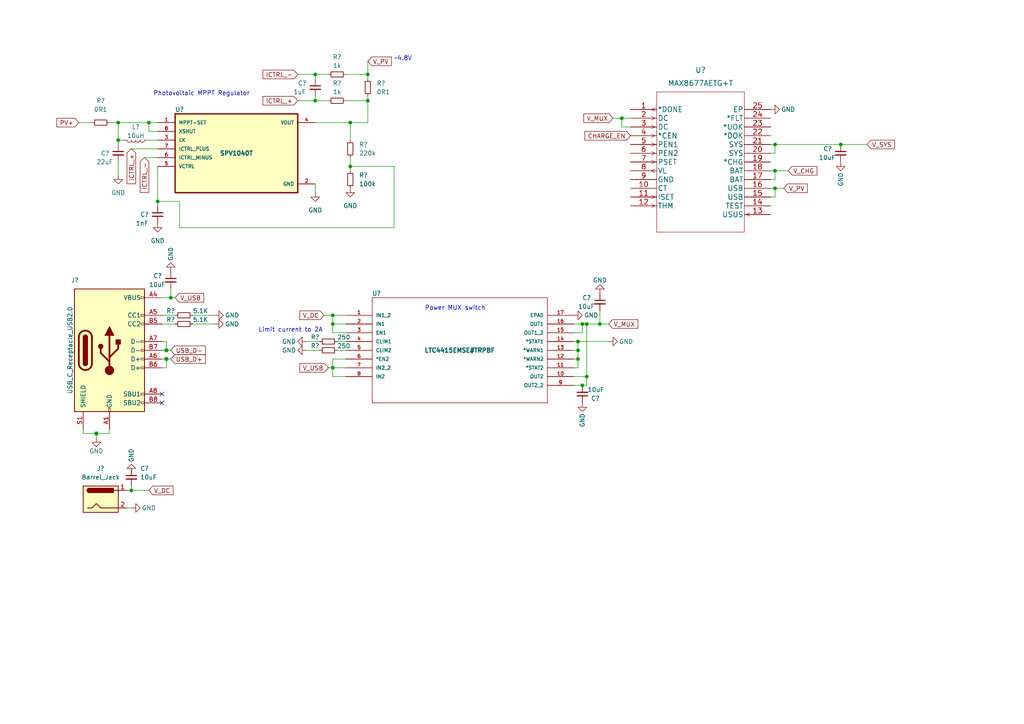
<source format=kicad_sch>
(kicad_sch (version 20211123) (generator eeschema)
  (paper "A4")
  (lib_symbols
    (symbol "Connector:Barrel_Jack" (pin_names (offset 1.016))
      (property "Reference" "J" (at 0 5.334 0))
      (property "Value" "Barrel_Jack" (at 0 -5.08 0))
      (symbol "Barrel_Jack_0_1"
        (rectangle (start -5.08 3.81) (end 5.08 -3.81) (stroke (width 0.254)) (fill (type background)))
        (arc (start -3.302 3.175) (mid -3.937 2.54) (end -3.302 1.905) (stroke (width 0.254)))
        (arc (start -3.302 3.175) (mid -3.937 2.54) (end -3.302 1.905) (stroke (width 0.254)) (fill (type outline)))
        (polyline (pts (xy 5.08 2.54) (xy 3.81 2.54)) (stroke (width 0.254)))
        (polyline (pts (xy -3.81 -2.54) (xy -2.54 -2.54) (xy -1.27 -1.27) (xy 0 -2.54) (xy 2.54 -2.54) (xy 5.08 -2.54)) (stroke (width 0.254)))
        (rectangle (start 3.683 3.175) (end -3.302 1.905) (stroke (width 0.254)) (fill (type outline)))
      )
      (symbol "Barrel_Jack_1_1"
        (pin passive line (at 7.62 2.54 180) (length 2.54) (name "~") (number "1"))
        (pin passive line (at 7.62 -2.54 180) (length 2.54) (name "~") (number "2"))
      )
    )
    (symbol "Connector:USB_C_Receptacle_USB2.0" (pin_names (offset 1.016))
      (property "Reference" "J" (at -10.16 19.05 0))
      (property "Value" "USB_C_Receptacle_USB2.0" (at 19.05 19.05 0))
      (symbol "USB_C_Receptacle_USB2.0_0_0"
        (rectangle (start -0.254 -17.78) (end 0.254 -16.764))
        (rectangle (start 10.16 -14.986) (end 9.144 -15.494))
        (rectangle (start 10.16 -12.446) (end 9.144 -12.954))
        (rectangle (start 10.16 -4.826) (end 9.144 -5.334))
        (rectangle (start 10.16 -2.286) (end 9.144 -2.794))
        (rectangle (start 10.16 0.254) (end 9.144 -0.254))
        (rectangle (start 10.16 2.794) (end 9.144 2.286))
        (rectangle (start 10.16 7.874) (end 9.144 7.366))
        (rectangle (start 10.16 10.414) (end 9.144 9.906))
        (rectangle (start 10.16 15.494) (end 9.144 14.986))
      )
      (symbol "USB_C_Receptacle_USB2.0_0_1"
        (rectangle (start -10.16 17.78) (end 10.16 -17.78) (stroke (width 0.254)) (fill (type background)))
        (arc (start -8.89 -3.81) (mid -6.985 -5.715) (end -5.08 -3.81) (stroke (width 0.508)))
        (arc (start -7.62 -3.81) (mid -6.985 -4.445) (end -6.35 -3.81) (stroke (width 0.254)))
        (arc (start -7.62 -3.81) (mid -6.985 -4.445) (end -6.35 -3.81) (stroke (width 0.254)) (fill (type outline)))
        (rectangle (start -7.62 -3.81) (end -6.35 3.81) (stroke (width 0.254)) (fill (type outline)))
        (arc (start -6.35 3.81) (mid -6.985 4.445) (end -7.62 3.81) (stroke (width 0.254)))
        (arc (start -6.35 3.81) (mid -6.985 4.445) (end -7.62 3.81) (stroke (width 0.254)) (fill (type outline)))
        (arc (start -5.08 3.81) (mid -6.985 5.715) (end -8.89 3.81) (stroke (width 0.508)))
        (circle (center -2.54 1.143) (radius 0.635) (stroke (width 0.254)) (fill (type outline)))
        (circle (center 0 -5.842) (radius 1.27) (fill (type outline)))
        (polyline (pts (xy -8.89 -3.81) (xy -8.89 3.81)) (stroke (width 0.508)))
        (polyline (pts (xy -5.08 3.81) (xy -5.08 -3.81)) (stroke (width 0.508)))
        (polyline (pts (xy 0 -5.842) (xy 0 4.318)) (stroke (width 0.508)))
        (polyline (pts (xy 0 -3.302) (xy -2.54 -0.762) (xy -2.54 0.508)) (stroke (width 0.508)))
        (polyline (pts (xy 0 -2.032) (xy 2.54 0.508) (xy 2.54 1.778)) (stroke (width 0.508)))
        (polyline (pts (xy -1.27 4.318) (xy 0 6.858) (xy 1.27 4.318) (xy -1.27 4.318)) (stroke (width 0.254)) (fill (type outline)))
        (rectangle (start 1.905 1.778) (end 3.175 3.048) (stroke (width 0.254)) (fill (type outline)))
      )
      (symbol "USB_C_Receptacle_USB2.0_1_1"
        (pin passive line (at 0 -22.86 90) (length 5.08) (name "GND") (number "A1"))
        (pin passive line (at 0 -22.86 90) (length 5.08) hide (name "GND") (number "A12"))
        (pin passive line (at 15.24 15.24 180) (length 5.08) (name "VBUS") (number "A4"))
        (pin bidirectional line (at 15.24 10.16 180) (length 5.08) (name "CC1") (number "A5"))
        (pin bidirectional line (at 15.24 -2.54 180) (length 5.08) (name "D+") (number "A6"))
        (pin bidirectional line (at 15.24 2.54 180) (length 5.08) (name "D-") (number "A7"))
        (pin bidirectional line (at 15.24 -12.7 180) (length 5.08) (name "SBU1") (number "A8"))
        (pin passive line (at 15.24 15.24 180) (length 5.08) hide (name "VBUS") (number "A9"))
        (pin passive line (at 0 -22.86 90) (length 5.08) hide (name "GND") (number "B1"))
        (pin passive line (at 0 -22.86 90) (length 5.08) hide (name "GND") (number "B12"))
        (pin passive line (at 15.24 15.24 180) (length 5.08) hide (name "VBUS") (number "B4"))
        (pin bidirectional line (at 15.24 7.62 180) (length 5.08) (name "CC2") (number "B5"))
        (pin bidirectional line (at 15.24 -5.08 180) (length 5.08) (name "D+") (number "B6"))
        (pin bidirectional line (at 15.24 0 180) (length 5.08) (name "D-") (number "B7"))
        (pin bidirectional line (at 15.24 -15.24 180) (length 5.08) (name "SBU2") (number "B8"))
        (pin passive line (at 15.24 15.24 180) (length 5.08) hide (name "VBUS") (number "B9"))
        (pin passive line (at -7.62 -22.86 90) (length 5.08) (name "SHIELD") (number "S1"))
      )
    )
    (symbol "Device:C_Small" (pin_numbers hide) (pin_names (offset 0.254) hide)
      (property "Reference" "C" (at 0.254 1.778 0))
      (property "Value" "C_Small" (at 0.254 -2.032 0))
      (symbol "C_Small_0_1"
        (polyline (pts (xy -1.524 -0.508) (xy 1.524 -0.508)) (stroke (width 0.3302)))
        (polyline (pts (xy -1.524 0.508) (xy 1.524 0.508)) (stroke (width 0.3048)))
      )
      (symbol "C_Small_1_1"
        (pin passive line (at 0 2.54 270) (length 2.032) (name "~") (number "1"))
        (pin passive line (at 0 -2.54 90) (length 2.032) (name "~") (number "2"))
      )
    )
    (symbol "Device:L" (pin_numbers hide) (pin_names (offset 1.016) hide)
      (property "Reference" "L" (at -1.27 0 90))
      (property "Value" "L" (at 1.905 0 90))
      (symbol "L_0_1"
        (arc (start 0 -2.54) (mid 0.635 -1.905) (end 0 -1.27))
        (arc (start 0 -1.27) (mid 0.635 -0.635) (end 0 0))
        (arc (start 0 0) (mid 0.635 0.635) (end 0 1.27))
        (arc (start 0 1.27) (mid 0.635 1.905) (end 0 2.54))
      )
      (symbol "L_1_1"
        (pin passive line (at 0 3.81 270) (length 1.27) (name "1") (number "1"))
        (pin passive line (at 0 -3.81 90) (length 1.27) (name "2") (number "2"))
      )
    )
    (symbol "Device:R_Small" (pin_numbers hide) (pin_names (offset 0.254) hide)
      (property "Reference" "R" (at 0.762 0.508 0))
      (property "Value" "R_Small" (at 0.762 -1.016 0))
      (symbol "R_Small_0_1"
        (rectangle (start -0.762 1.778) (end 0.762 -1.778) (stroke (width 0.2032)))
      )
      (symbol "R_Small_1_1"
        (pin passive line (at 0 2.54 270) (length 0.762) (name "~") (number "1"))
        (pin passive line (at 0 -2.54 90) (length 0.762) (name "~") (number "2"))
      )
    )
    (symbol "LTC4415EMSE_TRPBF:LTC4415EMSE#TRPBF" (pin_names (offset 1.016))
      (property "Reference" "U" (at 28.2956 9.1186 0))
      (property "Value" "LTC4415EMSE#TRPBF" (at 27.6606 6.5786 0))
      (symbol "LTC4415EMSE#TRPBF_0_0"
        (polyline (pts (xy 7.62 -25.4) (xy 58.42 -25.4)) (stroke (width 0.1524)))
        (polyline (pts (xy 7.62 5.08) (xy 7.62 -25.4)) (stroke (width 0.1524)))
        (polyline (pts (xy 58.42 -25.4) (xy 58.42 5.08)) (stroke (width 0.1524)))
        (polyline (pts (xy 58.42 5.08) (xy 7.62 5.08)) (stroke (width 0.1524)))
        (pin input line (at 0 0 0) (length 7.62) (name "IN1_2") (number "1"))
        (pin output line (at 66.04 -17.78 180) (length 7.62) (name "OUT2") (number "10"))
        (pin output line (at 66.04 -15.24 180) (length 7.62) (name "*STAT2") (number "11"))
        (pin output line (at 66.04 -12.7 180) (length 7.62) (name "*WARN2") (number "12"))
        (pin output line (at 66.04 -10.16 180) (length 7.62) (name "*WARN1") (number "13"))
        (pin output line (at 66.04 -7.62 180) (length 7.62) (name "*STAT1") (number "14"))
        (pin output line (at 66.04 -5.08 180) (length 7.62) (name "OUT1_2") (number "15"))
        (pin output line (at 66.04 -2.54 180) (length 7.62) (name "OUT1") (number "16"))
        (pin passive line (at 66.04 0 180) (length 7.62) (name "EPAD") (number "17"))
        (pin input line (at 0 -2.54 0) (length 7.62) (name "IN1") (number "2"))
        (pin input line (at 0 -5.08 0) (length 7.62) (name "EN1") (number "3"))
        (pin passive line (at 0 -7.62 0) (length 7.62) (name "CLIM1") (number "4"))
        (pin passive line (at 0 -10.16 0) (length 7.62) (name "CLIM2") (number "5"))
        (pin input line (at 0 -12.7 0) (length 7.62) (name "*EN2") (number "6"))
        (pin input line (at 0 -15.24 0) (length 7.62) (name "IN2_2") (number "7"))
        (pin input line (at 0 -17.78 0) (length 7.62) (name "IN2") (number "8"))
        (pin output line (at 66.04 -20.32 180) (length 7.62) (name "OUT2_2") (number "9"))
      )
    )
    (symbol "MAX8677AETG-T:MAX8677AETG+T" (pin_names (offset 0.254))
      (property "Reference" "U" (at 20.32 10.16 0))
      (property "Value" "MAX8677AETG+T" (at 20.32 7.62 0))
      (symbol "MAX8677AETG+T_1_1"
        (polyline (pts (xy 7.112 -27.94) (xy 6.0452 -28.448)) (stroke (width 0.127)))
        (polyline (pts (xy 7.112 -27.94) (xy 6.0452 -27.432)) (stroke (width 0.127)))
        (polyline (pts (xy 7.112 -25.4) (xy 6.0452 -25.908)) (stroke (width 0.127)))
        (polyline (pts (xy 7.112 -25.4) (xy 6.0452 -24.892)) (stroke (width 0.127)))
        (polyline (pts (xy 7.112 -18.288) (xy 6.0452 -17.78)) (stroke (width 0.127)))
        (polyline (pts (xy 7.112 -17.272) (xy 6.0452 -17.78)) (stroke (width 0.127)))
        (polyline (pts (xy 7.112 -15.24) (xy 6.0452 -15.748)) (stroke (width 0.127)))
        (polyline (pts (xy 7.112 -15.24) (xy 6.0452 -14.732)) (stroke (width 0.127)))
        (polyline (pts (xy 7.112 -12.7) (xy 6.0452 -13.208)) (stroke (width 0.127)))
        (polyline (pts (xy 7.112 -12.7) (xy 6.0452 -12.192)) (stroke (width 0.127)))
        (polyline (pts (xy 7.112 -10.16) (xy 6.0452 -10.668)) (stroke (width 0.127)))
        (polyline (pts (xy 7.112 -10.16) (xy 6.0452 -9.652)) (stroke (width 0.127)))
        (polyline (pts (xy 7.112 -7.62) (xy 6.0452 -8.128)) (stroke (width 0.127)))
        (polyline (pts (xy 7.112 -7.62) (xy 6.0452 -7.112)) (stroke (width 0.127)))
        (polyline (pts (xy 7.112 -5.08) (xy 6.0452 -5.588)) (stroke (width 0.127)))
        (polyline (pts (xy 7.112 -5.08) (xy 6.0452 -4.572)) (stroke (width 0.127)))
        (polyline (pts (xy 7.112 -2.54) (xy 6.0452 -3.048)) (stroke (width 0.127)))
        (polyline (pts (xy 7.112 -2.54) (xy 6.0452 -2.032)) (stroke (width 0.127)))
        (polyline (pts (xy 7.112 -0.508) (xy 6.0452 0)) (stroke (width 0.127)))
        (polyline (pts (xy 7.112 0.508) (xy 6.0452 0)) (stroke (width 0.127)))
        (polyline (pts (xy 7.62 -35.56) (xy 33.02 -35.56)) (stroke (width 0.127)))
        (polyline (pts (xy 7.62 5.08) (xy 7.62 -35.56)) (stroke (width 0.127)))
        (polyline (pts (xy 33.02 -35.56) (xy 33.02 5.08)) (stroke (width 0.127)))
        (polyline (pts (xy 33.02 5.08) (xy 7.62 5.08)) (stroke (width 0.127)))
        (polyline (pts (xy 33.528 -30.48) (xy 34.5948 -30.988)) (stroke (width 0.127)))
        (polyline (pts (xy 33.528 -30.48) (xy 34.5948 -29.972)) (stroke (width 0.127)))
        (pin output line (at 0 0 0) (length 7.62) (name "*DONE") (number "1"))
        (pin unspecified line (at 0 -22.86 0) (length 7.62) (name "CT") (number "10"))
        (pin input line (at 0 -25.4 0) (length 7.62) (name "ISET") (number "11"))
        (pin input line (at 0 -27.94 0) (length 7.62) (name "THM") (number "12"))
        (pin input line (at 40.64 -30.48 180) (length 7.62) (name "USUS") (number "13"))
        (pin unspecified line (at 40.64 -27.94 180) (length 7.62) (name "TEST") (number "14"))
        (pin unspecified line (at 40.64 -25.4 180) (length 7.62) (name "USB") (number "15"))
        (pin unspecified line (at 40.64 -22.86 180) (length 7.62) (name "USB") (number "16"))
        (pin unspecified line (at 40.64 -20.32 180) (length 7.62) (name "BAT") (number "17"))
        (pin unspecified line (at 40.64 -17.78 180) (length 7.62) (name "BAT") (number "18"))
        (pin unspecified line (at 40.64 -15.24 180) (length 7.62) (name "*CHG") (number "19"))
        (pin input line (at 0 -2.54 0) (length 7.62) (name "DC") (number "2"))
        (pin unspecified line (at 40.64 -12.7 180) (length 7.62) (name "SYS") (number "20"))
        (pin unspecified line (at 40.64 -10.16 180) (length 7.62) (name "SYS") (number "21"))
        (pin unspecified line (at 40.64 -7.62 180) (length 7.62) (name "*DOK") (number "22"))
        (pin unspecified line (at 40.64 -5.08 180) (length 7.62) (name "*UOK") (number "23"))
        (pin unspecified line (at 40.64 -2.54 180) (length 7.62) (name "*FLT") (number "24"))
        (pin unspecified line (at 40.64 0 180) (length 7.62) (name "EP") (number "25"))
        (pin input line (at 0 -5.08 0) (length 7.62) (name "DC") (number "3"))
        (pin input line (at 0 -7.62 0) (length 7.62) (name "*CEN") (number "4"))
        (pin input line (at 0 -10.16 0) (length 7.62) (name "PEN1") (number "5"))
        (pin input line (at 0 -12.7 0) (length 7.62) (name "PEN2") (number "6"))
        (pin input line (at 0 -15.24 0) (length 7.62) (name "PSET") (number "7"))
        (pin output line (at 0 -17.78 0) (length 7.62) (name "VL") (number "8"))
        (pin power_in line (at 0 -20.32 0) (length 7.62) (name "GND") (number "9"))
      )
    )
    (symbol "SPV1040T:SPV1040T" (pin_names (offset 1.016))
      (property "Reference" "U" (at -17.78 13.6906 0))
      (property "Value" "SPV1040T" (at -17.78 -14.1478 0))
      (symbol "SPV1040T_0_0"
        (rectangle (start -17.78 -10.16) (end 17.78 12.7) (stroke (width 0.4064)) (fill (type background)))
        (pin input line (at -22.86 10.16 0) (length 5.08) (name "MPPT-SET") (number "1"))
        (pin power_in line (at 22.86 -7.62 180) (length 5.08) (name "GND") (number "2"))
        (pin input line (at -22.86 5.08 0) (length 5.08) (name "LX") (number "3"))
        (pin output line (at 22.86 10.16 180) (length 5.08) (name "VOUT") (number "4"))
        (pin input line (at -22.86 -2.54 0) (length 5.08) (name "VCTRL") (number "5"))
        (pin input line (at -22.86 0 0) (length 5.08) (name "ICTRL_MINUS") (number "6"))
        (pin input line (at -22.86 2.54 0) (length 5.08) (name "ICTRL_PLUS") (number "7"))
        (pin input line (at -22.86 7.62 0) (length 5.08) (name "XSHUT") (number "8"))
      )
    )
    (symbol "power:GND" (power) (pin_names (offset 0))
      (property "Value" "GND" (at 0 -3.81 0))
      (symbol "GND_0_1"
        (polyline (pts (xy 0 0) (xy 0 -1.27) (xy 1.27 -1.27) (xy 0 -2.54) (xy -1.27 -1.27) (xy 0 -1.27)))
      )
      (symbol "GND_1_1"
        (pin power_in line (at 0 0 270) (length 0) hide (name "GND") (number "1"))
      )
    )
  )
  (junction (at 101.6 48.26))
  (junction (at 168.91 93.98))
  (junction (at 167.64 101.6))
  (junction (at 243.84 41.91))
  (junction (at 170.18 93.98))
  (junction (at 38.1 142.24))
  (junction (at 168.91 111.76))
  (junction (at 106.68 29.21))
  (junction (at 34.29 35.56))
  (junction (at 91.44 21.59))
  (junction (at 167.64 104.14))
  (junction (at 167.64 99.06))
  (junction (at 48.26 101.6) (diameter 1.016))
  (junction (at 34.29 40.64))
  (junction (at 48.26 104.14) (diameter 1.016))
  (junction (at 45.72 58.42))
  (junction (at 49.53 86.36))
  (junction (at 96.52 91.44))
  (junction (at 224.79 41.91))
  (junction (at 173.99 93.98))
  (junction (at 101.6 35.56))
  (junction (at 224.79 49.53))
  (junction (at 91.44 29.21))
  (junction (at 170.18 109.22))
  (junction (at 43.18 35.56))
  (junction (at 106.68 21.59))
  (junction (at 180.34 34.29))
  (junction (at 96.52 93.98))
  (junction (at 96.52 106.68))
  (junction (at 27.94 125.73) (diameter 1.016))
  (junction (at 224.79 54.61))
  (no_connect (at 46.99 114.3))
  (no_connect (at 46.99 116.84))
  (wire (pts (xy 91.44 29.21) (xy 95.25 29.21)))
  (wire (pts (xy 166.37 111.76) (xy 168.91 111.76)))
  (wire (pts (xy 49.53 83.82) (xy 49.53 86.36)))
  (wire (pts (xy 38.1 135.89) (xy 38.1 137.16)))
  (wire (pts (xy 223.52 57.15) (xy 224.79 57.15)))
  (wire (pts (xy 91.44 27.94) (xy 91.44 29.21)))
  (wire (pts (xy 31.75 125.73) (xy 31.75 124.46)))
  (wire (pts (xy 48.26 99.06) (xy 48.26 101.6)))
  (wire (pts (xy 96.52 104.14) (xy 96.52 106.68)))
  (wire (pts (xy 176.53 93.98) (xy 173.99 93.98)))
  (wire (pts (xy 55.88 93.98) (xy 62.23 93.98)))
  (wire (pts (xy 96.52 106.68) (xy 100.33 106.68)))
  (wire (pts (xy 106.68 17.78) (xy 106.68 21.59)))
  (wire (pts (xy 166.37 106.68) (xy 167.64 106.68)))
  (wire (pts (xy 106.68 21.59) (xy 106.68 22.86)))
  (wire (pts (xy 86.36 29.21) (xy 91.44 29.21)))
  (wire (pts (xy 46.99 104.14) (xy 48.26 104.14)))
  (wire (pts (xy 167.64 99.06) (xy 166.37 99.06)))
  (wire (pts (xy 224.79 41.91) (xy 223.52 41.91)))
  (wire (pts (xy 101.6 48.26) (xy 114.3 48.26)))
  (wire (pts (xy 41.91 45.72) (xy 45.72 45.72)))
  (wire (pts (xy 91.44 21.59) (xy 91.44 22.86)))
  (wire (pts (xy 168.91 96.52) (xy 168.91 93.98)))
  (wire (pts (xy 101.6 35.56) (xy 106.68 35.56)))
  (wire (pts (xy 227.33 54.61) (xy 224.79 54.61)))
  (wire (pts (xy 100.33 109.22) (xy 96.52 109.22)))
  (wire (pts (xy 43.18 35.56) (xy 45.72 35.56)))
  (wire (pts (xy 43.18 38.1) (xy 45.72 38.1)))
  (wire (pts (xy 34.29 40.64) (xy 35.56 40.64)))
  (wire (pts (xy 173.99 90.17) (xy 173.99 93.98)))
  (wire (pts (xy 27.94 125.73) (xy 31.75 125.73)))
  (wire (pts (xy 91.44 35.56) (xy 101.6 35.56)))
  (wire (pts (xy 86.36 21.59) (xy 91.44 21.59)))
  (wire (pts (xy 224.79 54.61) (xy 223.52 54.61)))
  (wire (pts (xy 45.72 58.42) (xy 45.72 59.69)))
  (wire (pts (xy 31.75 35.56) (xy 34.29 35.56)))
  (wire (pts (xy 48.26 106.68) (xy 48.26 104.14)))
  (wire (pts (xy 95.25 106.68) (xy 96.52 106.68)))
  (wire (pts (xy 97.79 99.06) (xy 100.33 99.06)))
  (wire (pts (xy 166.37 109.22) (xy 170.18 109.22)))
  (wire (pts (xy 170.18 109.22) (xy 170.18 93.98)))
  (wire (pts (xy 55.88 91.44) (xy 62.23 91.44)))
  (wire (pts (xy 96.52 109.22) (xy 96.52 106.68)))
  (wire (pts (xy 114.3 66.04) (xy 52.07 66.04)))
  (wire (pts (xy 177.8 34.29) (xy 180.34 34.29)))
  (wire (pts (xy 167.64 104.14) (xy 167.64 101.6)))
  (wire (pts (xy 224.79 44.45) (xy 224.79 41.91)))
  (wire (pts (xy 93.98 91.44) (xy 96.52 91.44)))
  (wire (pts (xy 166.37 101.6) (xy 167.64 101.6)))
  (wire (pts (xy 223.52 44.45) (xy 224.79 44.45)))
  (wire (pts (xy 180.34 36.83) (xy 180.34 34.29)))
  (wire (pts (xy 243.84 41.91) (xy 224.79 41.91)))
  (wire (pts (xy 43.18 35.56) (xy 43.18 38.1)))
  (wire (pts (xy 34.29 35.56) (xy 34.29 40.64)))
  (wire (pts (xy 101.6 45.72) (xy 101.6 48.26)))
  (wire (pts (xy 91.44 55.88) (xy 91.44 53.34)))
  (wire (pts (xy 48.26 104.14) (xy 49.53 104.14)))
  (wire (pts (xy 97.79 101.6) (xy 100.33 101.6)))
  (wire (pts (xy 22.86 35.56) (xy 26.67 35.56)))
  (wire (pts (xy 168.91 93.98) (xy 166.37 93.98)))
  (wire (pts (xy 52.07 66.04) (xy 52.07 58.42)))
  (wire (pts (xy 182.88 36.83) (xy 180.34 36.83)))
  (wire (pts (xy 168.91 111.76) (xy 170.18 111.76)))
  (wire (pts (xy 34.29 35.56) (xy 43.18 35.56)))
  (wire (pts (xy 100.33 93.98) (xy 96.52 93.98)))
  (wire (pts (xy 34.29 40.64) (xy 34.29 41.91)))
  (wire (pts (xy 106.68 29.21) (xy 106.68 35.56)))
  (wire (pts (xy 46.99 99.06) (xy 48.26 99.06)))
  (wire (pts (xy 167.64 101.6) (xy 167.64 99.06)))
  (wire (pts (xy 91.44 21.59) (xy 95.25 21.59)))
  (wire (pts (xy 36.83 147.32) (xy 38.1 147.32)))
  (wire (pts (xy 173.99 93.98) (xy 170.18 93.98)))
  (wire (pts (xy 88.9 101.6) (xy 92.71 101.6)))
  (wire (pts (xy 100.33 104.14) (xy 96.52 104.14)))
  (wire (pts (xy 34.29 50.8) (xy 34.29 46.99)))
  (wire (pts (xy 101.6 35.56) (xy 101.6 40.64)))
  (wire (pts (xy 46.99 91.44) (xy 50.8 91.44)))
  (wire (pts (xy 166.37 104.14) (xy 167.64 104.14)))
  (wire (pts (xy 45.72 48.26) (xy 45.72 58.42)))
  (wire (pts (xy 38.1 142.24) (xy 36.83 142.24)))
  (wire (pts (xy 224.79 57.15) (xy 224.79 54.61)))
  (wire (pts (xy 38.1 43.18) (xy 45.72 43.18)))
  (wire (pts (xy 49.53 86.36) (xy 50.8 86.36)))
  (wire (pts (xy 88.9 99.06) (xy 92.71 99.06)))
  (wire (pts (xy 100.33 96.52) (xy 96.52 96.52)))
  (wire (pts (xy 170.18 111.76) (xy 170.18 109.22)))
  (wire (pts (xy 46.99 101.6) (xy 48.26 101.6)))
  (wire (pts (xy 43.18 142.24) (xy 38.1 142.24)))
  (wire (pts (xy 46.99 106.68) (xy 48.26 106.68)))
  (wire (pts (xy 27.94 125.73) (xy 27.94 127)))
  (wire (pts (xy 96.52 93.98) (xy 96.52 91.44)))
  (wire (pts (xy 180.34 34.29) (xy 182.88 34.29)))
  (wire (pts (xy 38.1 140.97) (xy 38.1 142.24)))
  (wire (pts (xy 251.46 41.91) (xy 243.84 41.91)))
  (wire (pts (xy 24.13 124.46) (xy 24.13 125.73)))
  (wire (pts (xy 228.6 49.53) (xy 224.79 49.53)))
  (wire (pts (xy 224.79 52.07) (xy 224.79 49.53)))
  (wire (pts (xy 52.07 58.42) (xy 45.72 58.42)))
  (wire (pts (xy 176.53 99.06) (xy 167.64 99.06)))
  (wire (pts (xy 96.52 91.44) (xy 100.33 91.44)))
  (wire (pts (xy 223.52 52.07) (xy 224.79 52.07)))
  (wire (pts (xy 100.33 29.21) (xy 106.68 29.21)))
  (wire (pts (xy 167.64 106.68) (xy 167.64 104.14)))
  (wire (pts (xy 96.52 96.52) (xy 96.52 93.98)))
  (wire (pts (xy 48.26 101.6) (xy 49.53 101.6)))
  (wire (pts (xy 46.99 86.36) (xy 49.53 86.36)))
  (wire (pts (xy 170.18 93.98) (xy 168.91 93.98)))
  (wire (pts (xy 24.13 125.73) (xy 27.94 125.73)))
  (wire (pts (xy 46.99 93.98) (xy 50.8 93.98)))
  (wire (pts (xy 224.79 49.53) (xy 223.52 49.53)))
  (wire (pts (xy 100.33 21.59) (xy 106.68 21.59)))
  (wire (pts (xy 106.68 27.94) (xy 106.68 29.21)))
  (wire (pts (xy 43.18 40.64) (xy 45.72 40.64)))
  (wire (pts (xy 101.6 48.26) (xy 101.6 49.53)))
  (wire (pts (xy 114.3 48.26) (xy 114.3 66.04)))
  (wire (pts (xy 166.37 96.52) (xy 168.91 96.52)))
  (text "Power MUX switch" (at 123.19 90.17 0) (effects (font (size 1.27 1.27)) (justify left bottom)))
  (text "Limit current to 2A" (at 74.93 96.52 0) (effects (font (size 1.27 1.27)) (justify left bottom)))
  (text "Photovoltaic MPPT Regulator" (at 44.45 27.94 0) (effects (font (size 1.27 1.27)) (justify left bottom)))
  (text "~4.8V" (at 114.3 17.78 0) (effects (font (size 1.27 1.27)) (justify left bottom)))
  (global_label "V_PV" (shape input) (at 106.68 17.78 0) (property "Intersheet References" "${INTERSHEET_REFS}" (effects hide)))
  (global_label "V_USB" (shape input) (at 95.25 106.68 180) (property "Intersheet References" "${INTERSHEET_REFS}" (effects hide)))
  (global_label "ICTRL_+" (shape input) (at 86.36 29.21 180) (property "Intersheet References" "${INTERSHEET_REFS}" (effects hide)))
  (global_label "V_MUX" (shape input) (at 177.8 34.29 180) (property "Intersheet References" "${INTERSHEET_REFS}" (effects hide)))
  (global_label "CHARGE_EN" (shape input) (at 182.88 39.37 180) (property "Intersheet References" "${INTERSHEET_REFS}" (effects hide)))
  (global_label "USB_D+" (shape input) (at 49.53 104.14 0) (property "Intersheet References" "${INTERSHEET_REFS}" (effects hide)))
  (global_label "V_DC" (shape input) (at 93.98 91.44 180) (property "Intersheet References" "${INTERSHEET_REFS}" (effects hide)))
  (global_label "USB_D-" (shape input) (at 49.53 101.6 0) (property "Intersheet References" "${INTERSHEET_REFS}" (effects hide)))
  (global_label "ICTRL_-" (shape input) (at 86.36 21.59 180) (property "Intersheet References" "${INTERSHEET_REFS}" (effects hide)))
  (global_label "V_CHG" (shape input) (at 228.6 49.53 0) (property "Intersheet References" "${INTERSHEET_REFS}" (effects hide)))
  (global_label "V_MUX" (shape input) (at 176.53 93.98 0) (property "Intersheet References" "${INTERSHEET_REFS}" (effects hide)))
  (global_label "PV+" (shape input) (at 22.86 35.56 180) (property "Intersheet References" "${INTERSHEET_REFS}" (effects hide)))
  (global_label "ICTRL_-" (shape input) (at 41.91 45.72 270) (property "Intersheet References" "${INTERSHEET_REFS}" (effects hide)))
  (global_label "ICTRL_+" (shape input) (at 38.1 43.18 270) (property "Intersheet References" "${INTERSHEET_REFS}" (effects hide)))
  (global_label "V_PV" (shape input) (at 227.33 54.61 0) (property "Intersheet References" "${INTERSHEET_REFS}" (effects hide)))
  (global_label "V_SYS" (shape input) (at 251.46 41.91 0) (property "Intersheet References" "${INTERSHEET_REFS}" (effects hide)))
  (global_label "V_DC" (shape input) (at 43.18 142.24 0) (property "Intersheet References" "${INTERSHEET_REFS}" (effects hide)))
  (global_label "V_USB" (shape input) (at 50.8 86.36 0) (property "Intersheet References" "${INTERSHEET_REFS}" (effects hide)))
  (symbol (lib_id "Device:L") (at 39.37 40.64 270) (unit 1)
    (property "Reference" "L?" (at 39.37 36.83 90))
    (property "Value" "10uH" (at 39.37 39.37 90))
  )
  (symbol (lib_id "Device:R_Small") (at 97.79 21.59 90) (unit 1)
    (property "Reference" "R?" (at 97.79 16.51 90))
    (property "Value" "1k" (at 97.79 19.05 90))
  )
  (symbol (lib_id "Device:R_Small") (at 53.34 91.44 90) (unit 1)
    (property "Reference" "R?" (at 50.8 90.17 90) (effects (justify left)))
    (property "Value" "5.1K" (at 55.88 90.17 90) (effects (justify right)))
    (property "Footprint" "Resistor_SMD:R_0603_1608Metric" (effects hide))
  )
  (symbol (lib_id "MAX8677AETG-T:MAX8677AETG+T") (at 182.88 31.75 0) (unit 1)
    (property "Reference" "U?" (at 203.2 20.32 0) (effects (font (size 1.524 1.524))))
    (property "Value" "MAX8677AETG+T" (at 203.2 24.13 0) (effects (font (size 1.524 1.524))))
    (property "Footprint" "21-0139_T2444+4_MXM" (effects hide))
    (property "Datasheet" "https://datasheets.maximintegrated.com/en/ds/MAX8677A.pdf" (effects hide))
  )
  (symbol (lib_id "power:GND") (at 62.23 91.44 90) (unit 1)
    (property "Reference" "#PWR?" (effects hide))
    (property "Value" "GND" (at 67.31 91.44 90))
  )
  (symbol (lib_id "Device:C_Small") (at 173.99 87.63 0) (unit 1)
    (property "Reference" "C?" (at 168.91 86.36 0) (effects (justify left)))
    (property "Value" "10uF" (at 167.64 88.9 0) (effects (justify left)))
  )
  (symbol (lib_id "power:GND") (at 166.37 91.44 90) (unit 1)
    (property "Reference" "#PWR?" (effects hide))
    (property "Value" "GND" (at 171.45 91.44 90))
  )
  (symbol (lib_id "power:GND") (at 38.1 137.16 180) (unit 1)
    (property "Reference" "#PWR?" (effects hide))
    (property "Value" "GND" (at 38.1 132.08 90))
  )
  (symbol (lib_id "power:GND") (at 173.99 85.09 180) (unit 1)
    (property "Reference" "#PWR?" (effects hide))
    (property "Value" "GND" (at 173.99 81.28 0))
  )
  (symbol (lib_id "Device:C_Small") (at 168.91 114.3 180) (unit 1)
    (property "Reference" "C?" (at 173.99 115.57 0) (effects (justify left)))
    (property "Value" "10uF" (at 175.26 113.03 0) (effects (justify left)))
  )
  (symbol (lib_id "Device:R_Small") (at 95.25 101.6 90) (unit 1)
    (property "Reference" "R?" (at 92.71 100.33 90) (effects (justify left)))
    (property "Value" "250" (at 97.79 100.33 90) (effects (justify right)))
    (property "Footprint" "Resistor_SMD:R_0603_1608Metric" (effects hide))
  )
  (symbol (lib_id "power:GND") (at 38.1 147.32 90) (unit 1)
    (property "Reference" "#PWR?" (effects hide))
    (property "Value" "GND" (at 43.18 147.32 90))
  )
  (symbol (lib_id "power:GND") (at 223.52 31.75 90) (unit 1)
    (property "Reference" "#PWR?" (effects hide))
    (property "Value" "GND" (at 228.6 31.75 90))
  )
  (symbol (lib_id "Device:C_Small") (at 49.53 81.28 0) (unit 1)
    (property "Reference" "C?" (at 44.45 80.01 0) (effects (justify left)))
    (property "Value" "10uF" (at 43.18 82.55 0) (effects (justify left)))
  )
  (symbol (lib_id "Device:C_Small") (at 91.44 25.4 0) (unit 1)
    (property "Reference" "C?" (at 86.36 24.13 0) (effects (justify left)))
    (property "Value" "1uF" (at 85.09 26.67 0) (effects (justify left)))
  )
  (symbol (lib_id "power:GND") (at 49.53 78.74 180) (unit 1)
    (property "Reference" "#PWR?" (effects hide))
    (property "Value" "GND" (at 49.53 73.66 90))
  )
  (symbol (lib_id "Connector:USB_C_Receptacle_USB2.0") (at 31.75 101.6 0) (unit 1)
    (property "Reference" "J?" (at 22.86 81.28 0) (effects (justify right)))
    (property "Value" "USB_C_Receptacle_USB2.0" (at 20.32 101.6 90))
    (property "Footprint" "Connector_USB:USB_C_Receptacle_XKB_U262-16XN-4BVC11" (effects hide))
    (property "Datasheet" "https://www.usb.org/sites/default/files/documents/usb_type-c.zip" (effects hide))
    (property "LCSC" "C319148" (effects hide))
  )
  (symbol (lib_id "Device:R_Small") (at 29.21 35.56 90) (unit 1)
    (property "Reference" "R?" (at 29.21 29.21 90))
    (property "Value" "0R1" (at 29.21 31.75 90))
  )
  (symbol (lib_id "power:GND") (at 27.94 127 0) (unit 1)
    (property "Reference" "#PWR?" (effects hide))
    (property "Value" "GND" (at 27.94 130.81 0))
  )
  (symbol (lib_id "Device:R_Small") (at 95.25 99.06 90) (unit 1)
    (property "Reference" "R?" (at 92.71 97.79 90) (effects (justify left)))
    (property "Value" "250" (at 97.79 97.79 90) (effects (justify right)))
    (property "Footprint" "Resistor_SMD:R_0603_1608Metric" (effects hide))
  )
  (symbol (lib_id "Device:R_Small") (at 101.6 52.07 180) (unit 1)
    (property "Reference" "R?" (at 104.14 50.7999 0) (effects (justify right)))
    (property "Value" "100k" (at 104.14 53.3399 0) (effects (justify right)))
  )
  (symbol (lib_id "SPV1040T:SPV1040T") (at 68.58 45.72 0) (unit 1)
    (property "Reference" "U?" (at 52.07 31.75 0))
    (property "Value" "SPV1040T" (at 68.58 44.45 0) (effects (font bold)))
    (property "Footprint" "SOP65P640X120-8N" (effects hide))
    (property "MANUFACTURER" "ST Microelectronics" (effects hide))
    (property "PARTREV" "7" (effects hide))
    (property "STANDARD" "IPC7351B" (effects hide))
  )
  (symbol (lib_id "power:GND") (at 34.29 50.8 0) (unit 1)
    (property "Reference" "#PWR?" (effects hide))
    (property "Value" "GND" (at 34.29 55.88 0))
  )
  (symbol (lib_id "power:GND") (at 101.6 54.61 0) (unit 1)
    (property "Reference" "#PWR?" (effects hide))
    (property "Value" "GND" (at 101.6 59.69 0))
  )
  (symbol (lib_id "power:GND") (at 168.91 116.84 0) (unit 1)
    (property "Reference" "#PWR?" (effects hide))
    (property "Value" "GND" (at 168.91 121.92 90))
  )
  (symbol (lib_id "Device:R_Small") (at 97.79 29.21 90) (unit 1)
    (property "Reference" "R?" (at 97.79 24.13 90))
    (property "Value" "1k" (at 97.79 26.67 90))
  )
  (symbol (lib_id "Device:C_Small") (at 38.1 138.43 0) (unit 1)
    (property "Reference" "C?" (at 40.64 135.89 0) (effects (justify left)))
    (property "Value" "10uF" (at 40.64 138.43 0) (effects (justify left)))
  )
  (symbol (lib_id "power:GND") (at 45.72 64.77 0) (unit 1)
    (property "Reference" "#PWR?" (effects hide))
    (property "Value" "GND" (at 45.72 69.85 0))
  )
  (symbol (lib_id "Device:R_Small") (at 101.6 43.18 180) (unit 1)
    (property "Reference" "R?" (at 104.14 41.9099 0) (effects (justify right)))
    (property "Value" "220k" (at 104.14 44.4499 0) (effects (justify right)))
  )
  (symbol (lib_id "power:GND") (at 243.84 46.99 0) (unit 1)
    (property "Reference" "#PWR?" (effects hide))
    (property "Value" "GND" (at 243.84 52.07 90))
  )
  (symbol (lib_id "Device:R_Small") (at 53.34 93.98 90) (unit 1)
    (property "Reference" "R?" (at 50.8 92.71 90) (effects (justify left)))
    (property "Value" "5.1K" (at 55.88 92.71 90) (effects (justify right)))
    (property "Footprint" "Resistor_SMD:R_0603_1608Metric" (effects hide))
  )
  (symbol (lib_id "Device:C_Small") (at 243.84 44.45 0) (unit 1)
    (property "Reference" "C?" (at 238.76 43.18 0) (effects (justify left)))
    (property "Value" "10uF" (at 237.49 45.72 0) (effects (justify left)))
  )
  (symbol (lib_id "Device:C_Small") (at 34.29 44.45 0) (unit 1)
    (property "Reference" "C?" (at 29.21 44.45 0) (effects (justify left)))
    (property "Value" "22uF" (at 27.94 46.99 0) (effects (justify left)))
  )
  (symbol (lib_id "Device:C_Small") (at 45.72 62.23 0) (unit 1)
    (property "Reference" "C?" (at 40.64 62.23 0) (effects (justify left)))
    (property "Value" "1nF" (at 39.37 64.77 0) (effects (justify left)))
  )
  (symbol (lib_id "LTC4415EMSE_TRPBF:LTC4415EMSE#TRPBF") (at 100.33 91.44 0) (unit 1)
    (property "Reference" "U?" (at 109.22 85.09 0))
    (property "Value" "LTC4415EMSE#TRPBF" (at 133.35 101.6 0) (effects (font bold)))
    (property "Footprint" "MSOP-16_MSE" (effects hide))
    (property "VENDOR" "Linear Technology" (effects hide))
    (property "MANUFACTURER_PART_NUMBER" "ltc4415emse#pbf" (effects hide))
  )
  (symbol (lib_id "power:GND") (at 91.44 55.88 0) (unit 1)
    (property "Reference" "#PWR?" (effects hide))
    (property "Value" "GND" (at 91.44 60.96 0))
  )
  (symbol (lib_id "power:GND") (at 62.23 93.98 90) (unit 1)
    (property "Reference" "#PWR?" (effects hide))
    (property "Value" "GND" (at 67.31 93.98 90))
  )
  (symbol (lib_id "power:GND") (at 176.53 99.06 90) (unit 1)
    (property "Reference" "#PWR?" (effects hide))
    (property "Value" "GND" (at 181.61 99.06 90))
  )
  (symbol (lib_id "power:GND") (at 88.9 99.06 270) (unit 1)
    (property "Reference" "#PWR?" (effects hide))
    (property "Value" "GND" (at 83.82 99.06 90))
  )
  (symbol (lib_id "Device:R_Small") (at 106.68 25.4 180) (unit 1)
    (property "Reference" "R?" (at 109.22 24.1299 0) (effects (justify right)))
    (property "Value" "0R1" (at 109.22 26.6699 0) (effects (justify right)))
  )
  (symbol (lib_id "power:GND") (at 88.9 101.6 270) (unit 1)
    (property "Reference" "#PWR?" (effects hide))
    (property "Value" "GND" (at 83.82 101.6 90))
  )
  (symbol (lib_id "Connector:Barrel_Jack") (at 29.21 144.78 0) (unit 1)
    (property "Reference" "J?" (at 29.21 135.89 0))
    (property "Value" "Barrel_Jack" (at 29.21 138.43 0))
  )
)
</source>
